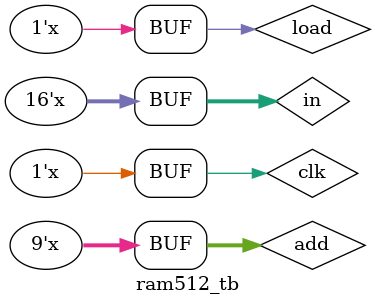
<source format=v>
`include "Hadif_B190513CS_Q06.v"

module ram512_tb;

wire [15:0] o;
reg [15:0] in;
reg [8:0] add;
reg load, clk;

ram512 r1(o, in, add, load, clk);

initial
begin
  clk=0;
  in=0;
  load=0;
  add=0;
  $dumpfile("dff.vcd");
  $dumpvars(0, r1);
  $display("clk  load     add    in    out");
  $monitor("  %b     %b       %d %d  %d", clk, load, add, in, o);
end

always #5 in = in+123;
always #3 clk = ~clk;
always #7 load = ~load;
always #13 add = add+1;

endmodule
</source>
